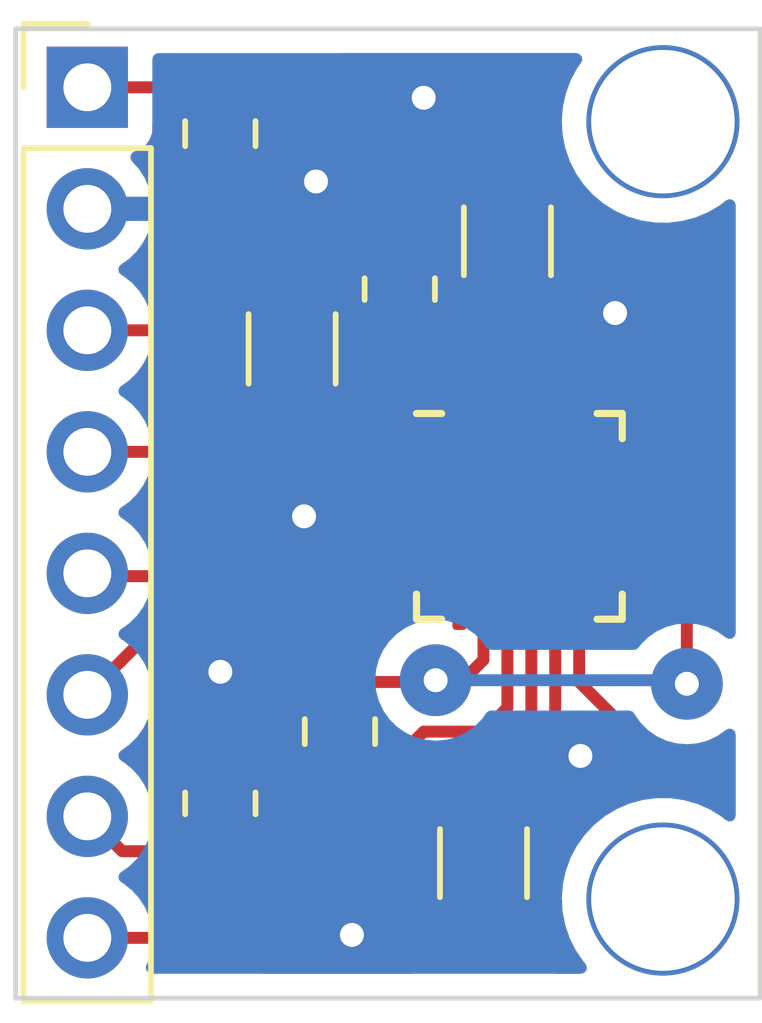
<source format=kicad_pcb>
(kicad_pcb (version 20221018) (generator pcbnew)
  (layers (0 "F.Cu" signal) (31 "B.Cu" signal) (34 "B.Paste" user) (35 "F.Paste" user) (36 "B.SilkS" user "B.Silkscreen") (37 "F.SilkS" user "F.Silkscreen") (38 "B.Mask" user) (39 "F.Mask" user) (44 "Edge.Cuts" user))
  (net 0 "")
  (net 1 "+3V3")
  (net 2 "GND")
  (net 3 "Net-(C3-Pad1)")
  (net 4 "Net-(C4-Pad1)")
  (net 5 "mpu_scl")
  (net 6 "mpu_sda")
  (net 7 "aux_sda")
  (net 8 "aux_scl")
  (net 9 "ad0")
  (net 10 "mpu_int")
  (footprint "Sensor_Motion:InvenSense_QFN-24_4x4mm_P0.5mm" (layer "F.Cu") (at 119.75 105.5)
    (fp_text reference "U1" hide)
    (fp_text value "MPU-6050" hide)
    (fp_line (start -2.15 -2.15) (end -1.625 -2.15) (stroke (width 0.15)) (layer "F.SilkS"))
    (fp_line (start -2.15 2.15) (end -2.15 1.625) (stroke (width 0.15)) (layer "F.SilkS"))
    (fp_line (start -2.15 2.15) (end -1.625 2.15) (stroke (width 0.15)) (layer "F.SilkS"))
    (fp_line (start 2.15 -2.15) (end 1.625 -2.15) (stroke (width 0.15)) (layer "F.SilkS"))
    (fp_line (start 2.15 -2.15) (end 2.15 -1.625) (stroke (width 0.15)) (layer "F.SilkS"))
    (fp_line (start 2.15 2.15) (end 1.625 2.15) (stroke (width 0.15)) (layer "F.SilkS"))
    (fp_line (start 2.15 2.15) (end 2.15 1.625) (stroke (width 0.15)) (layer "F.SilkS"))
    (pad "1" smd roundrect (at -1.95 -1.25) (size 0.85 0.3) (layers "F.Cu" "F.Paste" "F.Mask") (net 2 "GND"))
    (pad "2" smd roundrect (at -1.95 -0.75) (size 0.85 0.3) (layers "F.Cu" "F.Paste" "F.Mask"))
    (pad "3" smd roundrect (at -1.95 -0.25) (size 0.85 0.3) (layers "F.Cu" "F.Paste" "F.Mask"))
    (pad "4" smd roundrect (at -1.95 0.25) (size 0.85 0.3) (layers "F.Cu" "F.Paste" "F.Mask"))
    (pad "5" smd roundrect (at -1.95 0.75) (size 0.85 0.3) (layers "F.Cu" "F.Paste" "F.Mask"))
    (pad "6" smd roundrect (at -1.95 1.25) (size 0.85 0.3) (layers "F.Cu" "F.Paste" "F.Mask") (net 7 "aux_sda"))
    (pad "7" smd roundrect (at -1.25 1.95 90) (size 0.85 0.3) (layers "F.Cu" "F.Paste" "F.Mask") (net 8 "aux_scl"))
    (pad "8" smd roundrect (at -0.75 1.95 90) (size 0.85 0.3) (layers "F.Cu" "F.Paste" "F.Mask") (net 1 "+3V3"))
    (pad "9" smd roundrect (at -0.25 1.95 90) (size 0.85 0.3) (layers "F.Cu" "F.Paste" "F.Mask") (net 9 "ad0"))
    (pad "10" smd roundrect (at 0.25 1.95 90) (size 0.85 0.3) (layers "F.Cu" "F.Paste" "F.Mask") (net 3 "Net-(C3-Pad1)"))
    (pad "11" smd roundrect (at 0.75 1.95 90) (size 0.85 0.3) (layers "F.Cu" "F.Paste" "F.Mask") (net 2 "GND"))
    (pad "12" smd roundrect (at 1.25 1.95 90) (size 0.85 0.3) (layers "F.Cu" "F.Paste" "F.Mask") (net 10 "mpu_int"))
    (pad "13" smd roundrect (at 1.95 1.25) (size 0.85 0.3) (layers "F.Cu" "F.Paste" "F.Mask") (net 1 "+3V3"))
    (pad "14" smd roundrect (at 1.95 0.75) (size 0.85 0.3) (layers "F.Cu" "F.Paste" "F.Mask"))
    (pad "15" smd roundrect (at 1.95 0.25) (size 0.85 0.3) (layers "F.Cu" "F.Paste" "F.Mask"))
    (pad "16" smd roundrect (at 1.95 -0.25) (size 0.85 0.3) (layers "F.Cu" "F.Paste" "F.Mask"))
    (pad "17" smd roundrect (at 1.95 -0.75) (size 0.85 0.3) (layers "F.Cu" "F.Paste" "F.Mask"))
    (pad "18" smd roundrect (at 1.95 -1.25) (size 0.85 0.3) (layers "F.Cu" "F.Paste" "F.Mask") (net 2 "GND"))
    (pad "19" smd roundrect (at 1.25 -1.95 90) (size 0.85 0.3) (layers "F.Cu" "F.Paste" "F.Mask"))
    (pad "20" smd roundrect (at 0.75 -1.95 90) (size 0.85 0.3) (layers "F.Cu" "F.Paste" "F.Mask") (net 4 "Net-(C4-Pad1)"))
    (pad "21" smd roundrect (at 0.25 -1.95 90) (size 0.85 0.3) (layers "F.Cu" "F.Paste" "F.Mask"))
    (pad "22" smd roundrect (at -0.25 -1.95 90) (size 0.85 0.3) (layers "F.Cu" "F.Paste" "F.Mask"))
    (pad "23" smd roundrect (at -0.75 -1.95 90) (size 0.85 0.3) (layers "F.Cu" "F.Paste" "F.Mask") (net 5 "mpu_scl"))
    (pad "24" smd roundrect (at -1.25 -1.95 90) (size 0.85 0.3) (layers "F.Cu" "F.Paste" "F.Mask") (net 6 "mpu_sda"))
    (zone (net 0) (net_name "") (layer "F.Cu") (connect_pads (clearance 0)) (min_thickness 0.254)
      (keepout (tracks not_allowed) (vias not_allowed) (pads not_allowed) (copperpour not_allowed) (footprints allowed))
      (fill (thermal_gap 0.508) (thermal_bridge_width 0.508))
      (polygon (pts (xy 118.375 104.175) (xy 121.125 104.175) (xy 121.125 106.825) (xy 118.375 106.825)))
    )
  )
  (footprint "Resistor_SMD:R_0805_2012Metric_Pad1.20x1.40mm_HandSolder" (layer "F.Cu") (at 113.5 111.5 90)
    (fp_text reference "R2" hide)
    (fp_text value "4k7" hide)
    (fp_line (start -0.227064 -0.735) (end 0.227064 -0.735) (stroke (width 0.12)) (layer "F.SilkS"))
    (fp_line (start -0.227064 0.735) (end 0.227064 0.735) (stroke (width 0.12)) (layer "F.SilkS"))
    (pad "1" smd roundrect (at -1 0 90) (size 1.2 1.4) (layers "F.Cu" "F.Paste" "F.Mask") (roundrect_rratio 0.208333) (net 9 "ad0"))
    (pad "2" smd roundrect (at 1 0 90) (size 1.2 1.4) (layers "F.Cu" "F.Paste" "F.Mask") (roundrect_rratio 0.208333) (net 2 "GND"))
  )
  (footprint "Capacitor_SMD:C_1206_3216Metric_Pad1.33x1.80mm_HandSolder" (layer "F.Cu") (at 119.5 99.75 90)
    (fp_text reference "C4" hide)
    (fp_text value "2n2" hide)
    (fp_line (start -0.711252 -0.91) (end 0.711252 -0.91) (stroke (width 0.12)) (layer "F.SilkS"))
    (fp_line (start -0.711252 0.91) (end 0.711252 0.91) (stroke (width 0.12)) (layer "F.SilkS"))
    (pad "1" smd roundrect (at -1.5625 0 90) (size 1.325 1.8) (layers "F.Cu" "F.Paste" "F.Mask") (roundrect_rratio 0.188679) (net 4 "Net-(C4-Pad1)"))
    (pad "2" smd roundrect (at 1.5625 0 90) (size 1.325 1.8) (layers "F.Cu" "F.Paste" "F.Mask") (roundrect_rratio 0.188679) (net 2 "GND"))
  )
  (footprint "Capacitor_SMD:C_1206_3216Metric_Pad1.33x1.80mm_HandSolder" (layer "F.Cu") (at 119 112.75 -90)
    (fp_text reference "C3" hide)
    (fp_text value "100n" hide)
    (fp_line (start -0.711252 -0.91) (end 0.711252 -0.91) (stroke (width 0.12)) (layer "F.SilkS"))
    (fp_line (start -0.711252 0.91) (end 0.711252 0.91) (stroke (width 0.12)) (layer "F.SilkS"))
    (pad "1" smd roundrect (at -1.5625 0 270) (size 1.325 1.8) (layers "F.Cu" "F.Paste" "F.Mask") (roundrect_rratio 0.188679) (net 3 "Net-(C3-Pad1)"))
    (pad "2" smd roundrect (at 1.5625 0 270) (size 1.325 1.8) (layers "F.Cu" "F.Paste" "F.Mask") (roundrect_rratio 0.188679) (net 2 "GND"))
  )
  (footprint "Connector_PinHeader_2.54mm:PinHeader_1x08_P2.54mm_Vertical" (layer "F.Cu") (at 110.72 96.531224)
    (fp_text reference "J1" hide)
    (fp_text value "Conn_01x08_Male" hide)
    (fp_line (start -1.33 -1.33) (end 0 -1.33) (stroke (width 0.12)) (layer "F.SilkS"))
    (fp_line (start -1.33 0) (end -1.33 -1.33) (stroke (width 0.12)) (layer "F.SilkS"))
    (fp_line (start -1.33 1.27) (end -1.33 19.11) (stroke (width 0.12)) (layer "F.SilkS"))
    (fp_line (start -1.33 1.27) (end 1.33 1.27) (stroke (width 0.12)) (layer "F.SilkS"))
    (fp_line (start -1.33 19.11) (end 1.33 19.11) (stroke (width 0.12)) (layer "F.SilkS"))
    (fp_line (start 1.33 1.27) (end 1.33 19.11) (stroke (width 0.12)) (layer "F.SilkS"))
    (pad "1" thru_hole rect (at 0 0) (size 1.7 1.7) (drill 1) (layers "*.Cu" "*.Mask") (net 1 "+3V3"))
    (pad "2" thru_hole oval (at 0 2.54) (size 1.7 1.7) (drill 1) (layers "*.Cu" "*.Mask") (net 2 "GND"))
    (pad "3" thru_hole oval (at 0 5.08) (size 1.7 1.7) (drill 1) (layers "*.Cu" "*.Mask") (net 5 "mpu_scl"))
    (pad "4" thru_hole oval (at 0 7.62) (size 1.7 1.7) (drill 1) (layers "*.Cu" "*.Mask") (net 6 "mpu_sda"))
    (pad "5" thru_hole oval (at 0 10.16) (size 1.7 1.7) (drill 1) (layers "*.Cu" "*.Mask") (net 7 "aux_sda"))
    (pad "6" thru_hole oval (at 0 12.7) (size 1.7 1.7) (drill 1) (layers "*.Cu" "*.Mask") (net 8 "aux_scl"))
    (pad "7" thru_hole oval (at 0 15.24) (size 1.7 1.7) (drill 1) (layers "*.Cu" "*.Mask") (net 9 "ad0"))
    (pad "8" thru_hole oval (at 0 17.78) (size 1.7 1.7) (drill 1) (layers "*.Cu" "*.Mask") (net 10 "mpu_int"))
  )
  (footprint "Resistor_SMD:R_0805_2012Metric_Pad1.20x1.40mm_HandSolder" (layer "F.Cu") (at 117.25 100.75 -90)
    (fp_text reference "R1" hide)
    (fp_text value "4k7" hide)
    (fp_line (start -0.227064 -0.735) (end 0.227064 -0.735) (stroke (width 0.12)) (layer "F.SilkS"))
    (fp_line (start -0.227064 0.735) (end 0.227064 0.735) (stroke (width 0.12)) (layer "F.SilkS"))
    (pad "1" smd roundrect (at -1 0 270) (size 1.2 1.4) (layers "F.Cu" "F.Paste" "F.Mask") (roundrect_rratio 0.208333) (net 1 "+3V3"))
    (pad "2" smd roundrect (at 1 0 270) (size 1.2 1.4) (layers "F.Cu" "F.Paste" "F.Mask") (roundrect_rratio 0.208333) (net 5 "mpu_scl"))
  )
  (footprint "Capacitor_SMD:C_0805_2012Metric_Pad1.18x1.45mm_HandSolder" (layer "F.Cu") (at 113.5 97.5 -90)
    (fp_text reference "C2" hide)
    (fp_text value "100n" hide)
    (fp_line (start -0.261252 -0.735) (end 0.261252 -0.735) (stroke (width 0.12)) (layer "F.SilkS"))
    (fp_line (start -0.261252 0.735) (end 0.261252 0.735) (stroke (width 0.12)) (layer "F.SilkS"))
    (pad "1" smd roundrect (at -1.0375 0 270) (size 1.175 1.45) (layers "F.Cu" "F.Paste" "F.Mask") (roundrect_rratio 0.212766) (net 1 "+3V3"))
    (pad "2" smd roundrect (at 1.0375 0 270) (size 1.175 1.45) (layers "F.Cu" "F.Paste" "F.Mask") (roundrect_rratio 0.212766) (net 2 "GND"))
  )
  (footprint "Capacitor_SMD:C_0805_2012Metric_Pad1.18x1.45mm_HandSolder" (layer "F.Cu") (at 116 110 -90)
    (fp_text reference "C1" hide)
    (fp_text value "10n" hide)
    (fp_line (start -0.261252 -0.735) (end 0.261252 -0.735) (stroke (width 0.12)) (layer "F.SilkS"))
    (fp_line (start -0.261252 0.735) (end 0.261252 0.735) (stroke (width 0.12)) (layer "F.SilkS"))
    (pad "1" smd roundrect (at -1.0375 0 270) (size 1.175 1.45) (layers "F.Cu" "F.Paste" "F.Mask") (roundrect_rratio 0.212766) (net 1 "+3V3"))
    (pad "2" smd roundrect (at 1.0375 0 270) (size 1.175 1.45) (layers "F.Cu" "F.Paste" "F.Mask") (roundrect_rratio 0.212766) (net 2 "GND"))
  )
  (footprint "Resistor_SMD:R_1206_3216Metric_Pad1.30x1.75mm_HandSolder" (layer "F.Cu") (at 115 102 -90)
    (fp_text reference "R3" hide)
    (fp_text value "4k7" hide)
    (fp_line (start -0.727064 -0.91) (end 0.727064 -0.91) (stroke (width 0.12)) (layer "F.SilkS"))
    (fp_line (start -0.727064 0.91) (end 0.727064 0.91) (stroke (width 0.12)) (layer "F.SilkS"))
    (pad "1" smd roundrect (at -1.55 0 270) (size 1.3 1.75) (layers "F.Cu" "F.Paste" "F.Mask") (roundrect_rratio 0.192308) (net 1 "+3V3"))
    (pad "2" smd roundrect (at 1.55 0 270) (size 1.3 1.75) (layers "F.Cu" "F.Paste" "F.Mask") (roundrect_rratio 0.192308) (net 6 "mpu_sda"))
  )
  (gr_line (start 109.22 115.57) (end 124.78012 115.57) (stroke (width 0.1)) (layer "Edge.Cuts"))
  (gr_line (start 109.22 95.30815) (end 124.78012 95.30815) (stroke (width 0.1)) (layer "Edge.Cuts"))
  (gr_line (start 109.22 115.57) (end 109.22 95.30815) (stroke (width 0.1)) (layer "Edge.Cuts"))
  (gr_line (start 124.78012 115.57) (end 124.78012 95.30815) (stroke (width 0.1)) (layer "Edge.Cuts"))
  (via (at 122.75 97.25) (size 3.2) (drill 3) (layers "F.Cu" "B.Cu") (net 0))
  (via (at 122.75 113.5) (size 3.2) (drill 3) (layers "F.Cu" "B.Cu") (net 0))
  (segment (start 122 99.75) (end 123.5 101.25) (width 0.25) (layer "F.Cu") (net 1))
  (segment (start 117.963 108.9625) (end 118 108.9255) (width 0.25) (layer "F.Cu") (net 1))
  (segment (start 123.5 101.25) (end 123.5 106.5) (width 0.25) (layer "F.Cu") (net 1))
  (segment (start 116 108.9625) (end 117.963 108.9625) (width 0.25) (layer "F.Cu") (net 1))
  (segment (start 110.72 96.531224) (end 113.431276 96.531224) (width 0.25) (layer "F.Cu") (net 1))
  (segment (start 116.55 100.45) (end 115 100.45) (width 0.25) (layer "F.Cu") (net 1))
  (segment (start 115.4625 96.4625) (end 117.25 98.25) (width 0.25) (layer "F.Cu") (net 1))
  (segment (start 113.5 96.4625) (end 115.4625 96.4625) (width 0.25) (layer "F.Cu") (net 1))
  (segment (start 117.25 99.75) (end 116.55 100.45) (width 0.25) (layer "F.Cu") (net 1))
  (segment (start 117.25 98.25) (end 117.25 99.75) (width 0.25) (layer "F.Cu") (net 1))
  (segment (start 123.25 106.75) (end 121.7 106.75) (width 0.25) (layer "F.Cu") (net 1))
  (segment (start 123.25 109) (end 123.25 106.75) (width 0.25) (layer "F.Cu") (net 1))
  (segment (start 117.25 99.75) (end 122 99.75) (width 0.25) (layer "F.Cu") (net 1))
  (segment (start 118.5745 108.9255) (end 118 108.9255) (width 0.25) (layer "F.Cu") (net 1))
  (segment (start 119 107.45) (end 119 108.5) (width 0.25) (layer "F.Cu") (net 1))
  (segment (start 123.5 106.5) (end 123.25 106.75) (width 0.25) (layer "F.Cu") (net 1))
  (segment (start 113.431276 96.531224) (end 113.5 96.4625) (width 0.25) (layer "F.Cu") (net 1))
  (segment (start 119 108.5) (end 118.5745 108.9255) (width 0.25) (layer "F.Cu") (net 1))
  (via (at 118 108.9255) (size 1.5) (drill 0.5) (layers "F.Cu" "B.Cu") (net 1))
  (via (at 123.25 109) (size 1.5) (drill 0.5) (layers "F.Cu" "B.Cu") (net 1))
  (segment (start 123.1755 108.9255) (end 123.25 109) (width 0.25) (layer "B.Cu") (net 1))
  (segment (start 118 108.9255) (end 123.1755 108.9255) (width 0.25) (layer "B.Cu") (net 1))
  (segment (start 116.75 104.25) (end 117.8 104.25) (width 0.25) (layer "F.Cu") (net 2))
  (segment (start 115.4625 110.5) (end 113.5 110.5) (width 0.25) (layer "F.Cu") (net 2))
  (segment (start 122.25 101.75) (end 121.75 101.25) (width 0.25) (layer "F.Cu") (net 2))
  (segment (start 115.25 105.5) (end 115.5 105.5) (width 0.25) (layer "F.Cu") (net 2))
  (segment (start 112.966276 99.071224) (end 113.5 98.5375) (width 0.25) (layer "F.Cu") (net 2))
  (segment (start 120.5 109.982407) (end 121.02559 110.507997) (width 0.25) (layer "F.Cu") (net 2))
  (segment (start 110.72 99.071224) (end 112.966276 99.071224) (width 0.25) (layer "F.Cu") (net 2))
  (segment (start 121.7 104.25) (end 122 104.25) (width 0.25) (layer "F.Cu") (net 2))
  (segment (start 122 104.25) (end 122.25 104) (width 0.25) (layer "F.Cu") (net 2))
  (segment (start 120.5 107.45) (end 120.5 109.982407) (width 0.25) (layer "F.Cu") (net 2))
  (segment (start 116 111.0375) (end 115.4625 110.5) (width 0.25) (layer "F.Cu") (net 2))
  (segment (start 122.25 104) (end 122.25 101.75) (width 0.25) (layer "F.Cu") (net 2))
  (segment (start 115.5 105.5) (end 116.75 104.25) (width 0.25) (layer "F.Cu") (net 2))
  (via (at 116.25 114.25) (size 1.5) (drill 0.5) (layers "F.Cu" "B.Cu") (net 2))
  (via (at 117.75 96.75) (size 1.5) (drill 0.5) (layers "F.Cu" "B.Cu") (net 2))
  (via (at 115.25 105.5) (size 1.5) (drill 0.5) (layers "F.Cu" "B.Cu") (net 2))
  (via (at 121.02559 110.507997) (size 1.5) (drill 0.5) (layers "F.Cu" "B.Cu") (net 2))
  (via (at 113.5 108.75) (size 1.5) (drill 0.5) (layers "F.Cu" "B.Cu") (net 2))
  (via (at 115.5 98.5) (size 1.5) (drill 0.5) (layers "F.Cu" "B.Cu") (net 2))
  (via (at 121.75 101.25) (size 1.5) (drill 0.5) (layers "F.Cu" "B.Cu") (net 2))
  (segment (start 119 111.1875) (end 120 110.1875) (width 0.25) (layer "F.Cu") (net 3))
  (segment (start 120 110.1875) (end 120 107.45) (width 0.25) (layer "F.Cu") (net 3))
  (segment (start 119.5 101.3125) (end 120.5 102.3125) (width 0.25) (layer "F.Cu") (net 4))
  (segment (start 120.5 102.3125) (end 120.5 103.55) (width 0.25) (layer "F.Cu") (net 4))
  (segment (start 112.861224 101.611224) (end 110.72 101.611224) (width 0.25) (layer "F.Cu") (net 5))
  (segment (start 113.25 102) (end 112.861224 101.611224) (width 0.25) (layer "F.Cu") (net 5))
  (segment (start 116.5 102) (end 113.25 102) (width 0.25) (layer "F.Cu") (net 5))
  (segment (start 117.25 101.75) (end 116.75 101.75) (width 0.25) (layer "F.Cu") (net 5))
  (segment (start 118 102.5) (end 118.75 102.5) (width 0.25) (layer "F.Cu") (net 5))
  (segment (start 119 102.75) (end 119 103.55) (width 0.25) (layer "F.Cu") (net 5))
  (segment (start 118.75 102.5) (end 119 102.75) (width 0.25) (layer "F.Cu") (net 5))
  (segment (start 117.25 101.75) (end 118 102.5) (width 0.25) (layer "F.Cu") (net 5))
  (segment (start 116.75 101.75) (end 116.5 102) (width 0.25) (layer "F.Cu") (net 5))
  (segment (start 115 103.55) (end 118.5 103.55) (width 0.25) (layer "F.Cu") (net 6))
  (segment (start 114.398776 104.151224) (end 110.72 104.151224) (width 0.25) (layer "F.Cu") (net 6))
  (segment (start 115 103.55) (end 114.398776 104.151224) (width 0.25) (layer "F.Cu") (net 6))
  (segment (start 117.8 106.75) (end 110.778776 106.75) (width 0.25) (layer "F.Cu") (net 7))
  (segment (start 110.778776 106.75) (end 110.72 106.691224) (width 0.25) (layer "F.Cu") (net 7))
  (segment (start 118.5 107.45) (end 112.501224 107.45) (width 0.25) (layer "F.Cu") (net 8))
  (segment (start 112.501224 107.45) (end 110.72 109.231224) (width 0.25) (layer "F.Cu") (net 8))
  (segment (start 111.448776 112.5) (end 113.5 112.5) (width 0.25) (layer "F.Cu") (net 9))
  (segment (start 119 110) (end 119.5 109.5) (width 0.25) (layer "F.Cu") (net 9))
  (segment (start 117.5 110.25) (end 117.75 110) (width 0.25) (layer "F.Cu") (net 9))
  (segment (start 110.72 111.771224) (end 111.448776 112.5) (width 0.25) (layer "F.Cu") (net 9))
  (segment (start 119.5 109.5) (end 119.5 107.45) (width 0.25) (layer "F.Cu") (net 9))
  (segment (start 117.75 110) (end 119 110) (width 0.25) (layer "F.Cu") (net 9))
  (segment (start 113.5 112.5) (end 116.75 112.5) (width 0.25) (layer "F.Cu") (net 9))
  (segment (start 116.75 112.5) (end 117.5 111.75) (width 0.25) (layer "F.Cu") (net 9))
  (segment (start 117.5 111.75) (end 117.5 110.25) (width 0.25) (layer "F.Cu") (net 9))
  (segment (start 121.303176 111.75) (end 121 111.75) (width 0.25) (layer "F.Cu") (net 10))
  (segment (start 120 112.75) (end 117.135718 112.75) (width 0.25) (layer "F.Cu") (net 10))
  (segment (start 113.938776 114.311224) (end 110.72 114.311224) (width 0.25) (layer "F.Cu") (net 10))
  (segment (start 122.100101 110.062919) (end 122.100101 110.953075) (width 0.25) (layer "F.Cu") (net 10))
  (segment (start 116.885718 113) (end 115.25 113) (width 0.25) (layer "F.Cu") (net 10))
  (segment (start 117.135718 112.75) (end 116.885718 113) (width 0.25) (layer "F.Cu") (net 10))
  (segment (start 121 107.45) (end 121 108.962818) (width 0.25) (layer "F.Cu") (net 10))
  (segment (start 121 108.962818) (end 122.100101 110.062919) (width 0.25) (layer "F.Cu") (net 10))
  (segment (start 115.25 113) (end 113.938776 114.311224) (width 0.25) (layer "F.Cu") (net 10))
  (segment (start 121 111.75) (end 120 112.75) (width 0.25) (layer "F.Cu") (net 10))
  (segment (start 122.100101 110.953075) (end 121.303176 111.75) (width 0.25) (layer "F.Cu") (net 10))
  (zone (net 2) (net_name "GND") (layer "F.Cu") (connect_pads (clearance 0.508)) (min_thickness 0.254) (fill yes (thermal_gap 0.508) (thermal_bridge_width 0.508))
    (polygon (pts (xy 124.75 115.5) (xy 109.25 115.75) (xy 109.25 95.25) (xy 124.75 95.25)))
  )
  (zone (net 2) (net_name "GND") (layer "B.Cu") (connect_pads (clearance 0.508)) (min_thickness 0.254) (fill yes (thermal_gap 0.508) (thermal_bridge_width 0.508))
    (polygon (pts (xy 124.75 115.5) (xy 109.25 115.5) (xy 109.25 95.25) (xy 124.75 95.25)))
  )
)
</source>
